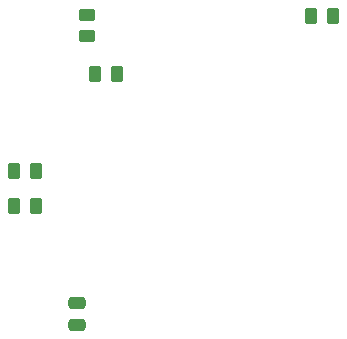
<source format=gbr>
%TF.GenerationSoftware,KiCad,Pcbnew,8.0.3*%
%TF.CreationDate,2025-04-01T13:45:42-05:00*%
%TF.ProjectId,wearable_v2_nrf,77656172-6162-46c6-955f-76325f6e7266,rev?*%
%TF.SameCoordinates,Original*%
%TF.FileFunction,Paste,Bot*%
%TF.FilePolarity,Positive*%
%FSLAX46Y46*%
G04 Gerber Fmt 4.6, Leading zero omitted, Abs format (unit mm)*
G04 Created by KiCad (PCBNEW 8.0.3) date 2025-04-01 13:45:42*
%MOMM*%
%LPD*%
G01*
G04 APERTURE LIST*
G04 Aperture macros list*
%AMRoundRect*
0 Rectangle with rounded corners*
0 $1 Rounding radius*
0 $2 $3 $4 $5 $6 $7 $8 $9 X,Y pos of 4 corners*
0 Add a 4 corners polygon primitive as box body*
4,1,4,$2,$3,$4,$5,$6,$7,$8,$9,$2,$3,0*
0 Add four circle primitives for the rounded corners*
1,1,$1+$1,$2,$3*
1,1,$1+$1,$4,$5*
1,1,$1+$1,$6,$7*
1,1,$1+$1,$8,$9*
0 Add four rect primitives between the rounded corners*
20,1,$1+$1,$2,$3,$4,$5,0*
20,1,$1+$1,$4,$5,$6,$7,0*
20,1,$1+$1,$6,$7,$8,$9,0*
20,1,$1+$1,$8,$9,$2,$3,0*%
G04 Aperture macros list end*
%ADD10RoundRect,0.250000X0.262500X0.450000X-0.262500X0.450000X-0.262500X-0.450000X0.262500X-0.450000X0*%
%ADD11RoundRect,0.250000X0.450000X-0.262500X0.450000X0.262500X-0.450000X0.262500X-0.450000X-0.262500X0*%
%ADD12RoundRect,0.250000X-0.475000X0.250000X-0.475000X-0.250000X0.475000X-0.250000X0.475000X0.250000X0*%
%ADD13RoundRect,0.250000X-0.262500X-0.450000X0.262500X-0.450000X0.262500X0.450000X-0.262500X0.450000X0*%
G04 APERTURE END LIST*
D10*
%TO.C,R2*%
X86312500Y-67150000D03*
X84487500Y-67150000D03*
%TD*%
D11*
%TO.C,R12*%
X90600000Y-55737500D03*
X90600000Y-53912500D03*
%TD*%
D12*
%TO.C,C2*%
X89825000Y-78275000D03*
X89825000Y-80175000D03*
%TD*%
D13*
%TO.C,R4*%
X109612500Y-54000000D03*
X111437500Y-54000000D03*
%TD*%
%TO.C,R11*%
X91337500Y-58900000D03*
X93162500Y-58900000D03*
%TD*%
D10*
%TO.C,R3*%
X86312500Y-70100000D03*
X84487500Y-70100000D03*
%TD*%
M02*

</source>
